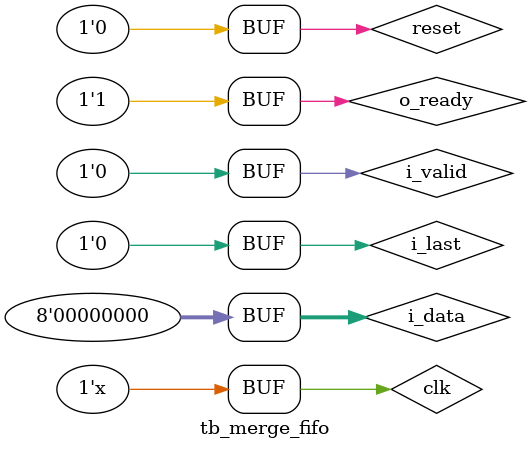
<source format=v>
module tb_merge_fifo#()();

	parameter DW               = 8;
	parameter SW               = 4;
	parameter SHW              = 32;
	parameter THW              = 2;
	parameter THHW             = 32;
	parameter FIFO_DEPTH_WIDTH = 8;
	parameter CLK_PERIOD       =4;
	reg 			clk=1'b1;
	reg            reset;
	wire            i_ready;
	reg            i_valid;
	reg            i_last;
	reg   [DW-1:0] i_data;

	wire            o_ready=1'b1;
	wire            o_valid;
	wire            o_last;
	wire   [DW-1:0] o_data;
	wire  [THW-1:0] o_th;
	wire  [SHW-1:0] o_sh;
	wire [THHW-1:0] o_thh;
	wire    [THW:0] ptr;
always #(CLK_PERIOD/2) clk=~clk;

initial
	begin
		reset=1'b1;
		#10
		reset=1'b0;
		#10
		#1
		i_valid=1'b1;
		i_data=8'h10;
		i_last=1'b0;
		#CLK_PERIOD
		i_data=8'h14;
		#CLK_PERIOD
		i_data=8'h18;
		#CLK_PERIOD
		i_data=8'h1c;
		#CLK_PERIOD
		i_data=8'h20;
		#CLK_PERIOD
		i_data=8'h24;
		i_last=1'b1;
		#CLK_PERIOD
		i_valid=1'b0;
		i_data=8'h00;
		i_last=1'b0;
		#CLK_PERIOD
		i_last=1'b1;
		#CLK_PERIOD
		i_last=1'b0;
		#CLK_PERIOD
		i_valid=1'b1;
		i_data=8'h02;
		#CLK_PERIOD
		i_data=8'h03;
		#CLK_PERIOD
		i_data=8'h04;
		#CLK_PERIOD
		i_data=8'h0d;
		i_last=1'b1; 
		#CLK_PERIOD
		i_data=8'h14;
		i_last=1'b0;
		#CLK_PERIOD
		i_data=8'h16;
		#CLK_PERIOD
		i_data=8'h18;
		#CLK_PERIOD
		i_data=8'h1f;
		#CLK_PERIOD
		i_data=8'h28;
		i_last=1'b1;
		#CLK_PERIOD
		i_valid=1'b0;
		i_data=8'h00;
		i_last=1'b0;

	end
	merge_fifo #(
			.DW(DW),
			.SW(SW),
			.SHW(SHW),
			.THW(THW),
			.THHW(THHW),
			.FIFO_DEPTH_WIDTH(FIFO_DEPTH_WIDTH)
		) inst_merge_fifo (
			.clk     (clk),
			.reset   (reset),
			.i_ready (i_ready),
			.i_valid (i_valid),
			.i_last  (i_last),
			.i_data  (i_data),
			.i_sh    (i_sh),
			.i_thh   (i_thh),
			.ptr     (ptr),
			.o_ready (o_ready),
			.o_valid (o_valid),
			.o_last  (o_last),
			.o_data  (o_data),
			.o_th    (o_th),
			.o_sh    (o_sh),
			.o_thh   (o_thh)
		);
endmodule
</source>
